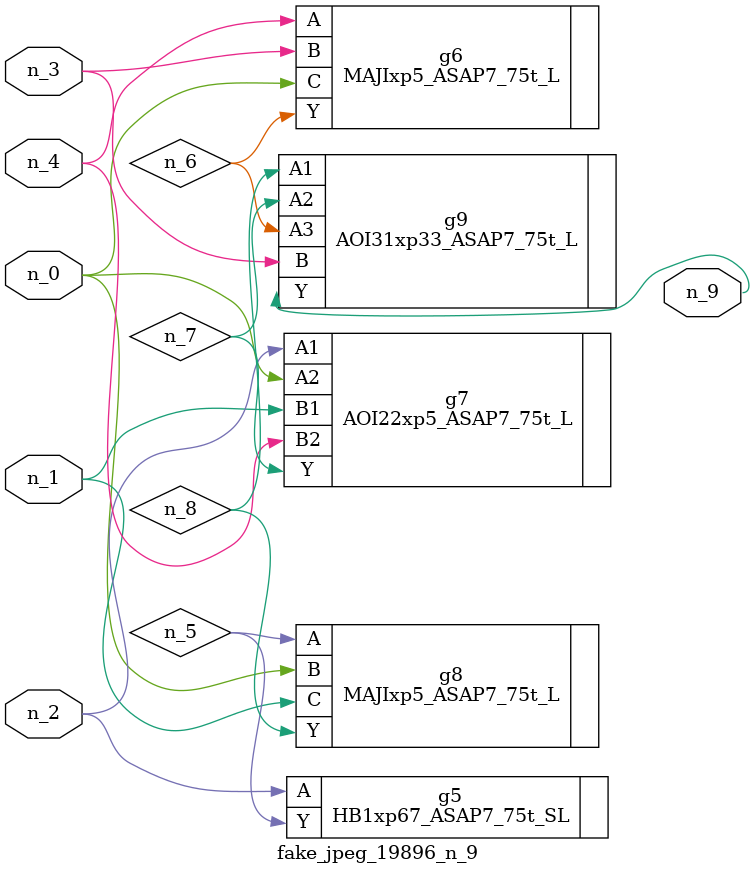
<source format=v>
module fake_jpeg_19896_n_9 (n_3, n_2, n_1, n_0, n_4, n_9);

input n_3;
input n_2;
input n_1;
input n_0;
input n_4;

output n_9;

wire n_8;
wire n_6;
wire n_5;
wire n_7;

HB1xp67_ASAP7_75t_SL g5 ( 
.A(n_2),
.Y(n_5)
);

MAJIxp5_ASAP7_75t_L g6 ( 
.A(n_4),
.B(n_3),
.C(n_0),
.Y(n_6)
);

AOI22xp5_ASAP7_75t_L g7 ( 
.A1(n_2),
.A2(n_0),
.B1(n_1),
.B2(n_4),
.Y(n_7)
);

MAJIxp5_ASAP7_75t_L g8 ( 
.A(n_5),
.B(n_0),
.C(n_1),
.Y(n_8)
);

AOI31xp33_ASAP7_75t_L g9 ( 
.A1(n_8),
.A2(n_7),
.A3(n_6),
.B(n_3),
.Y(n_9)
);


endmodule
</source>
